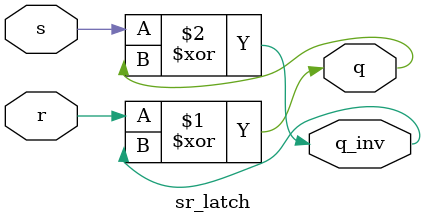
<source format=v>
module egypt (
    input wire digital_in,
    input wire clock,
    input wire reset,

    output wire decoded_data,
    output wire decoded_clock
);
    wire s = 0;
    wire r = 0;

    wire set = 0;
    wire clear = 0;

    reg[6:0] delayed;

    assign decoded_data = 0 ^ clear;
    assign decoded_clock = clear ^ !(!delayed[2]);

    d_flip_flop FF1(
        .clock,
        .d(delayed[2]),

        .q(s),

        .c(clear),
        .s(0)
    );
    d_flip_flop FF2(
        .clock,
        .d(!digital_in),

        .q_inv(r),

        .c(0),
        .s(set)
    );

    sr_latch FF3(
        .s,
        .r,
        .q_inv(set),
        .q(clear)
    );

    always @(posedge clock) begin
        delayed <= delayed << 1 | {6'd0, digital_in};
    end

    always @(*) begin

    end
endmodule

module d_flip_flop(
    input d,
    input clock,

    input s,
    input c,

    output reg q,
    output wire q_inv
);
    assign q_inv = ~q;

    always @(posedge clock) begin
        if (c) begin
            q <= 0;
        end else if (s) begin
            q <= 1;
        end else begin
            q <= d;
        end
    end
endmodule

module sr_latch(
    input s,
    input r,

    output wire q,
    output wire q_inv
);
    assign q = r ^ q_inv;
    assign q_inv = s ^ q;
endmodule

</source>
